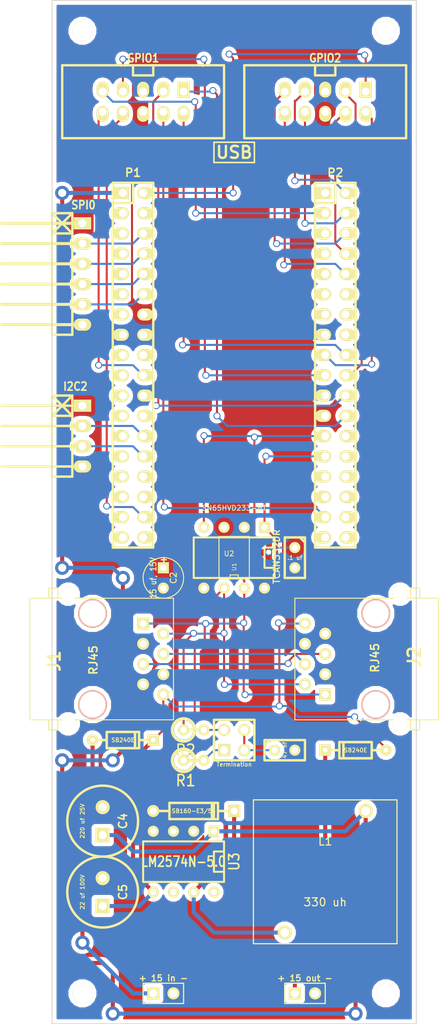
<source format=kicad_pcb>
(kicad_pcb (version 3) (host pcbnew "(22-Jun-2014 BZR 4027)-stable")
  (layers (15 F.Cu signal) (0 B.Cu signal) (18 B.Paste user) (19 F.Paste user) (20 B.SilkS user) (21 F.SilkS user) (22 B.Mask user) (23 F.Mask user) (28 Edge.Cuts user))
  (net 0 "")
  (net 1 +3.3V)
  (net 2 /CAN1_RX)
  (net 3 /CAN1_TX)
  (net 4 /CANH)
  (net 5 /CANL)
  (net 6 /GPIO20)
  (net 7 /GPIO23)
  (net 8 /GPIO26)
  (net 9 /GPIO27)
  (net 10 /GPIO45)
  (net 11 /GPIO46)
  (net 12 /GPIO47)
  (net 13 /GPIO48)
  (net 14 /GPIO52)
  (net 15 /GPIO57)
  (net 16 /GPIO58)
  (net 17 /GPIO59)
  (net 18 /GPIO60)
  (net 19 /GPIO64)
  (net 20 /GPIO65)
  (net 21 /GPIO87)
  (net 22 "/Power Supply/12-15 Volt input")
  (net 23 "/Power Supply/5V Out")
  (net 24 GND)
  (net 25 N-000001)
  (net 26 N-0000010)
  (net 27 N-0000011)
  (net 28 N-0000012)
  (net 29 N-0000013)
  (net 30 N-0000015)
  (net 31 N-000002)
  (net 32 N-000003)
  (net 33 N-0000073)
  (net 34 N-0000074)
  (net 35 N-0000080)
  (net 36 N-0000081)
  (net 37 N-0000082)
  (net 38 N-000009)
  (module pin_socket_18x2 (layer F.Cu) (at 128.27 102.87 270)
    (fp_text reference P1 (at -24.13 0 360) (layer F.SilkS) (effects (font (size 1.016 1.016) (thickness 0.2032))))
    (fp_text value POCKETBEAGLE-P1 hide)
    (pad 1 thru_hole rect (at -21.59 1.27 270) (size 1.524 1.99898) (drill 1.00076 (offset 0 0.24892)) (layers *.Cu *.Mask F.SilkS) (net 23 "/Power Supply/5V Out"))
    (pad 2 thru_hole oval (at -21.59 -1.27 270) (size 1.524 1.99898) (drill 1.00076 (offset 0 -0.24892)) (layers *.Cu *.Mask F.SilkS) (net 21 /GPIO87))
    (pad 3 thru_hole oval (at -19.05 1.27 270) (size 1.524 1.99898) (drill 1.00076 (offset 0 0.24892)) (layers *.Cu *.Mask F.SilkS))
    (pad 4 thru_hole oval (at -19.05 -1.27 270) (size 1.524 1.99898) (drill 1.00076 (offset 0 -0.24892)) (layers *.Cu *.Mask F.SilkS))
    (pad 5 thru_hole oval (at -16.51 1.27 270) (size 1.524 1.99898) (drill 1.00076 (offset 0 0.24892)) (layers *.Cu *.Mask F.SilkS))
    (pad 6 thru_hole oval (at -16.51 -1.27 270) (size 1.524 1.99898) (drill 1.00076 (offset 0 -0.24892)) (layers *.Cu *.Mask F.SilkS) (net 26 N-0000010))
    (pad 7 thru_hole oval (at -13.97 1.27 270) (size 1.524 1.99898) (drill 1.00076 (offset 0 0.24892)) (layers *.Cu *.Mask F.SilkS))
    (pad 8 thru_hole oval (at -13.97 -1.27 270) (size 1.524 1.99898) (drill 1.00076 (offset 0 -0.24892)) (layers *.Cu *.Mask F.SilkS) (net 38 N-000009))
    (pad 9 thru_hole oval (at -11.43 1.27 270) (size 1.524 1.99898) (drill 1.00076 (offset 0 0.24892)) (layers *.Cu *.Mask F.SilkS))
    (pad 10 thru_hole oval (at -11.43 -1.27 270) (size 1.524 1.99898) (drill 1.00076 (offset 0 -0.24892)) (layers *.Cu *.Mask F.SilkS) (net 30 N-0000015))
    (pad 11 thru_hole oval (at -8.89 1.27 270) (size 1.524 1.99898) (drill 1.00076 (offset 0 0.24892)) (layers *.Cu *.Mask F.SilkS))
    (pad 12 thru_hole oval (at -8.89 -1.27 270) (size 1.524 1.99898) (drill 1.00076 (offset 0 -0.24892)) (layers *.Cu *.Mask F.SilkS) (net 29 N-0000013))
    (pad 13 thru_hole oval (at -6.35 1.27 270) (size 1.524 1.99898) (drill 1.00076 (offset 0 0.24892)) (layers *.Cu *.Mask F.SilkS))
    (pad 14 thru_hole oval (at -6.35 -1.27 270) (size 1.524 1.99898) (drill 1.00076 (offset 0 -0.24892)) (layers *.Cu *.Mask F.SilkS) (net 1 +3.3V))
    (pad 15 thru_hole oval (at -3.81 1.27 270) (size 1.524 1.99898) (drill 1.00076 (offset 0 0.24892)) (layers *.Cu *.Mask F.SilkS) (net 24 GND))
    (pad 16 thru_hole oval (at -3.81 -1.27 270) (size 1.524 1.99898) (drill 1.00076 (offset 0 -0.24892)) (layers *.Cu *.Mask F.SilkS) (net 24 GND))
    (pad 17 thru_hole oval (at -1.27 1.27 270) (size 1.524 1.99898) (drill 1.00076 (offset 0 0.24892)) (layers *.Cu *.Mask F.SilkS))
    (pad 18 thru_hole oval (at -1.27 -1.27 270) (size 1.524 1.99898) (drill 1.00076 (offset 0 -0.24892)) (layers *.Cu *.Mask F.SilkS))
    (pad 19 thru_hole oval (at 1.27 1.27 270) (size 1.524 1.99898) (drill 1.00076 (offset 0 0.24892)) (layers *.Cu *.Mask F.SilkS))
    (pad 20 thru_hole oval (at 1.27 -1.27 270) (size 1.524 1.99898) (drill 1.00076 (offset 0 -0.24892)) (layers *.Cu *.Mask F.SilkS) (net 6 /GPIO20))
    (pad 21 thru_hole oval (at 3.81 1.27 270) (size 1.524 1.99898) (drill 1.00076 (offset 0 0.24892)) (layers *.Cu *.Mask F.SilkS))
    (pad 22 thru_hole oval (at 3.81 -1.27 270) (size 1.524 1.99898) (drill 1.00076 (offset 0 -0.24892)) (layers *.Cu *.Mask F.SilkS) (net 24 GND))
    (pad 23 thru_hole oval (at 6.35 1.27 270) (size 1.524 1.99898) (drill 1.00076 (offset 0 0.24892)) (layers *.Cu *.Mask F.SilkS))
    (pad 24 thru_hole oval (at 6.35 -1.27 270) (size 1.524 1.99898) (drill 1.00076 (offset 0 -0.24892)) (layers *.Cu *.Mask F.SilkS))
    (pad 25 thru_hole oval (at 8.89 1.27 270) (size 1.524 1.99898) (drill 1.00076 (offset 0 0.24892)) (layers *.Cu *.Mask F.SilkS))
    (pad 26 thru_hole oval (at 8.89 -1.27 270) (size 1.524 1.99898) (drill 1.00076 (offset 0 -0.24892)) (layers *.Cu *.Mask F.SilkS) (net 28 N-0000012))
    (pad 27 thru_hole oval (at 11.43 1.27 270) (size 1.524 1.99898) (drill 1.00076 (offset 0 0.24892)) (layers *.Cu *.Mask F.SilkS))
    (pad 28 thru_hole oval (at 11.43 -1.27 270) (size 1.524 1.99898) (drill 1.00076 (offset 0 -0.24892)) (layers *.Cu *.Mask F.SilkS) (net 27 N-0000011))
    (pad 29 thru_hole oval (at 13.97 1.27 270) (size 1.524 1.99898) (drill 1.00076 (offset 0 0.24892)) (layers *.Cu *.Mask F.SilkS))
    (pad 30 thru_hole oval (at 13.97 -1.27 270) (size 1.524 1.99898) (drill 1.00076 (offset 0 -0.24892)) (layers *.Cu *.Mask F.SilkS))
    (pad 31 thru_hole oval (at 16.51 1.27 270) (size 1.524 1.99898) (drill 1.00076 (offset 0 0.24892)) (layers *.Cu *.Mask F.SilkS))
    (pad 32 thru_hole oval (at 16.51 -1.27 270) (size 1.524 1.99898) (drill 1.00076 (offset 0 -0.24892)) (layers *.Cu *.Mask F.SilkS))
    (pad 33 thru_hole oval (at 19.05 1.27 270) (size 1.524 1.99898) (drill 1.00076 (offset 0 0.24892)) (layers *.Cu *.Mask F.SilkS))
    (pad 34 thru_hole oval (at 19.05 -1.27 270) (size 1.524 1.99898) (drill 1.00076 (offset 0 -0.24892)) (layers *.Cu *.Mask F.SilkS) (net 8 /GPIO26))
    (pad 35 thru_hole oval (at 21.59 1.27 270) (size 1.524 1.99898) (drill 1.00076 (offset 0 0.24892)) (layers *.Cu *.Mask F.SilkS))
    (pad 36 thru_hole oval (at 21.59 -1.27 270) (size 1.524 1.99898) (drill 1.00076 (offset 0 -0.24892)) (layers *.Cu *.Mask F.SilkS))
  )
  (module pin_socket_18x2 (layer F.Cu) (at 153.67 102.87 270)
    (fp_text reference P2 (at -24.13 0 360) (layer F.SilkS) (effects (font (size 1.016 1.016) (thickness 0.2032))))
    (fp_text value POCKETBEAGLE-P2 hide)
    (pad 1 thru_hole rect (at -21.59 1.27 270) (size 1.524 1.99898) (drill 1.00076 (offset 0 0.24892)) (layers *.Cu *.Mask F.SilkS))
    (pad 2 thru_hole oval (at -21.59 -1.27 270) (size 1.524 1.99898) (drill 1.00076 (offset 0 -0.24892)) (layers *.Cu *.Mask F.SilkS) (net 17 /GPIO59))
    (pad 3 thru_hole oval (at -19.05 1.27 270) (size 1.524 1.99898) (drill 1.00076 (offset 0 0.24892)) (layers *.Cu *.Mask F.SilkS) (net 7 /GPIO23))
    (pad 4 thru_hole oval (at -19.05 -1.27 270) (size 1.524 1.99898) (drill 1.00076 (offset 0 -0.24892)) (layers *.Cu *.Mask F.SilkS) (net 16 /GPIO58))
    (pad 5 thru_hole oval (at -16.51 1.27 270) (size 1.524 1.99898) (drill 1.00076 (offset 0 0.24892)) (layers *.Cu *.Mask F.SilkS))
    (pad 6 thru_hole oval (at -16.51 -1.27 270) (size 1.524 1.99898) (drill 1.00076 (offset 0 -0.24892)) (layers *.Cu *.Mask F.SilkS) (net 15 /GPIO57))
    (pad 7 thru_hole oval (at -13.97 1.27 270) (size 1.524 1.99898) (drill 1.00076 (offset 0 0.24892)) (layers *.Cu *.Mask F.SilkS))
    (pad 8 thru_hole oval (at -13.97 -1.27 270) (size 1.524 1.99898) (drill 1.00076 (offset 0 -0.24892)) (layers *.Cu *.Mask F.SilkS) (net 18 /GPIO60))
    (pad 9 thru_hole oval (at -11.43 1.27 270) (size 1.524 1.99898) (drill 1.00076 (offset 0 0.24892)) (layers *.Cu *.Mask F.SilkS))
    (pad 10 thru_hole oval (at -11.43 -1.27 270) (size 1.524 1.99898) (drill 1.00076 (offset 0 -0.24892)) (layers *.Cu *.Mask F.SilkS) (net 14 /GPIO52))
    (pad 11 thru_hole oval (at -8.89 1.27 270) (size 1.524 1.99898) (drill 1.00076 (offset 0 0.24892)) (layers *.Cu *.Mask F.SilkS))
    (pad 12 thru_hole oval (at -8.89 -1.27 270) (size 1.524 1.99898) (drill 1.00076 (offset 0 -0.24892)) (layers *.Cu *.Mask F.SilkS))
    (pad 13 thru_hole oval (at -6.35 1.27 270) (size 1.524 1.99898) (drill 1.00076 (offset 0 0.24892)) (layers *.Cu *.Mask F.SilkS))
    (pad 14 thru_hole oval (at -6.35 -1.27 270) (size 1.524 1.99898) (drill 1.00076 (offset 0 -0.24892)) (layers *.Cu *.Mask F.SilkS))
    (pad 15 thru_hole oval (at -3.81 1.27 270) (size 1.524 1.99898) (drill 1.00076 (offset 0 0.24892)) (layers *.Cu *.Mask F.SilkS) (net 24 GND))
    (pad 16 thru_hole oval (at -3.81 -1.27 270) (size 1.524 1.99898) (drill 1.00076 (offset 0 -0.24892)) (layers *.Cu *.Mask F.SilkS))
    (pad 17 thru_hole oval (at -1.27 1.27 270) (size 1.524 1.99898) (drill 1.00076 (offset 0 0.24892)) (layers *.Cu *.Mask F.SilkS) (net 20 /GPIO65))
    (pad 18 thru_hole oval (at -1.27 -1.27 270) (size 1.524 1.99898) (drill 1.00076 (offset 0 -0.24892)) (layers *.Cu *.Mask F.SilkS) (net 12 /GPIO47))
    (pad 19 thru_hole oval (at 1.27 1.27 270) (size 1.524 1.99898) (drill 1.00076 (offset 0 0.24892)) (layers *.Cu *.Mask F.SilkS) (net 9 /GPIO27))
    (pad 20 thru_hole oval (at 1.27 -1.27 270) (size 1.524 1.99898) (drill 1.00076 (offset 0 -0.24892)) (layers *.Cu *.Mask F.SilkS) (net 19 /GPIO64))
    (pad 21 thru_hole oval (at 3.81 1.27 270) (size 1.524 1.99898) (drill 1.00076 (offset 0 0.24892)) (layers *.Cu *.Mask F.SilkS) (net 24 GND))
    (pad 22 thru_hole oval (at 3.81 -1.27 270) (size 1.524 1.99898) (drill 1.00076 (offset 0 -0.24892)) (layers *.Cu *.Mask F.SilkS) (net 11 /GPIO46))
    (pad 23 thru_hole oval (at 6.35 1.27 270) (size 1.524 1.99898) (drill 1.00076 (offset 0 0.24892)) (layers *.Cu *.Mask F.SilkS) (net 1 +3.3V))
    (pad 24 thru_hole oval (at 6.35 -1.27 270) (size 1.524 1.99898) (drill 1.00076 (offset 0 -0.24892)) (layers *.Cu *.Mask F.SilkS) (net 13 /GPIO48))
    (pad 25 thru_hole oval (at 8.89 1.27 270) (size 1.524 1.99898) (drill 1.00076 (offset 0 0.24892)) (layers *.Cu *.Mask F.SilkS) (net 2 /CAN1_RX))
    (pad 26 thru_hole oval (at 8.89 -1.27 270) (size 1.524 1.99898) (drill 1.00076 (offset 0 -0.24892)) (layers *.Cu *.Mask F.SilkS))
    (pad 27 thru_hole oval (at 11.43 1.27 270) (size 1.524 1.99898) (drill 1.00076 (offset 0 0.24892)) (layers *.Cu *.Mask F.SilkS) (net 3 /CAN1_TX))
    (pad 28 thru_hole oval (at 11.43 -1.27 270) (size 1.524 1.99898) (drill 1.00076 (offset 0 -0.24892)) (layers *.Cu *.Mask F.SilkS))
    (pad 29 thru_hole oval (at 13.97 1.27 270) (size 1.524 1.99898) (drill 1.00076 (offset 0 0.24892)) (layers *.Cu *.Mask F.SilkS))
    (pad 30 thru_hole oval (at 13.97 -1.27 270) (size 1.524 1.99898) (drill 1.00076 (offset 0 -0.24892)) (layers *.Cu *.Mask F.SilkS))
    (pad 31 thru_hole oval (at 16.51 1.27 270) (size 1.524 1.99898) (drill 1.00076 (offset 0 0.24892)) (layers *.Cu *.Mask F.SilkS))
    (pad 32 thru_hole oval (at 16.51 -1.27 270) (size 1.524 1.99898) (drill 1.00076 (offset 0 -0.24892)) (layers *.Cu *.Mask F.SilkS))
    (pad 33 thru_hole oval (at 19.05 1.27 270) (size 1.524 1.99898) (drill 1.00076 (offset 0 0.24892)) (layers *.Cu *.Mask F.SilkS) (net 10 /GPIO45))
    (pad 34 thru_hole oval (at 19.05 -1.27 270) (size 1.524 1.99898) (drill 1.00076 (offset 0 -0.24892)) (layers *.Cu *.Mask F.SilkS))
    (pad 35 thru_hole oval (at 21.59 1.27 270) (size 1.524 1.99898) (drill 1.00076 (offset 0 0.24892)) (layers *.Cu *.Mask F.SilkS))
    (pad 36 thru_hole oval (at 21.59 -1.27 270) (size 1.524 1.99898) (drill 1.00076 (offset 0 -0.24892)) (layers *.Cu *.Mask F.SilkS))
  )
  (module SOIC-8_N (layer F.Cu) (at 140.97 127 90)
    (fp_text reference U1 (at -1.143 0 90) (layer F.SilkS) (effects (font (size 0.5 0.5) (thickness 0.075))))
    (fp_text value TCAN332DR (at 0.127 5.334 90) (layer F.SilkS) (effects (font (size 0.8 0.8))))
    (pad 8 smd rect (at -1.875 -2.7 90) (size 0.6 1.6) (layers F.Cu F.Paste F.Mask))
    (pad 1 smd rect (at -1.875 2.7 90) (size 0.6 1.6) (layers F.Cu F.Paste F.Mask) (net 3 /CAN1_TX))
    (pad 7 smd rect (at -0.625 -2.7 90) (size 0.6 1.6) (layers F.Cu F.Paste F.Mask) (net 4 /CANH))
    (pad 6 smd rect (at 0.625 -2.7 90) (size 0.6 1.6) (layers F.Cu F.Paste F.Mask) (net 5 /CANL))
    (pad 5 smd rect (at 1.875 -2.7 90) (size 0.6 1.6) (layers F.Cu F.Paste F.Mask))
    (pad 2 smd rect (at -0.625 2.7 90) (size 0.6 1.6) (layers F.Cu F.Paste F.Mask) (net 24 GND))
    (pad 3 smd rect (at 0.625 2.7 90) (size 0.6 1.6) (layers F.Cu F.Paste F.Mask) (net 1 +3.3V))
    (pad 4 smd rect (at 1.875 2.7 90) (size 0.6 1.6) (layers F.Cu F.Paste F.Mask) (net 2 /CAN1_RX))
  )
  (module ScrewTerm2.54-2 (layer F.Cu) (at 132.08 181.61)
    (fp_text reference T1 hide)
    (fp_text value "+ 15 in -" (at 0 -1.905) (layer F.SilkS) (effects (font (size 0.762 0.762) (thickness 0.1524))))
    (pad 1 thru_hole rect (at -1.27 0 90) (size 1.524 1.524) (drill 1.016) (layers *.Cu *.Mask F.SilkS) (net 35 N-0000080))
    (pad 2 thru_hole circle (at 1.27 0 90) (size 1.524 1.524) (drill 1.016) (layers *.Cu *.Mask F.SilkS) (net 24 GND))
  )
  (module ScrewTerm2.54-2 (layer F.Cu) (at 149.86 181.61)
    (fp_text reference T2 hide)
    (fp_text value "+ 15 out -" (at 0 -1.905) (layer F.SilkS) (effects (font (size 0.762 0.762) (thickness 0.1524))))
    (pad 1 thru_hole rect (at -1.27 0 90) (size 1.524 1.524) (drill 1.016) (layers *.Cu *.Mask F.SilkS) (net 36 N-0000081))
    (pad 2 thru_hole circle (at 1.27 0 90) (size 1.524 1.524) (drill 1.016) (layers *.Cu *.Mask F.SilkS) (net 24 GND))
  )
  (module RJ45_8N-S (layer F.Cu) (at 123.19 139.7 270)
    (fp_text reference J1 (at 0.254 4.826 270) (layer F.SilkS) (effects (font (size 1.524 1.524) (thickness 0.3048))))
    (fp_text value RJ45 (at 0.14224 -0.1016 270) (layer F.SilkS) (effects (font (size 1.00076 1.00076) (thickness 0.2032))))
    (pad "" np_thru_hole circle (at 5.715 0 270) (size 3.64998 3.64998) (drill 3.2512) (layers *.Cu *.SilkS *.Mask))
    (pad "" np_thru_hole circle (at -5.715 0 270) (size 3.64998 3.64998) (drill 3.2512) (layers *.Cu *.SilkS *.Mask))
    (pad 1 thru_hole rect (at -4.445 -6.35 270) (size 1.50114 1.50114) (drill 0.89916) (layers *.Cu *.Mask F.SilkS) (net 4 /CANH))
    (pad 2 thru_hole circle (at -3.175 -8.89 270) (size 1.50114 1.50114) (drill 0.89916) (layers *.Cu *.Mask F.SilkS) (net 5 /CANL))
    (pad 3 thru_hole circle (at -1.905 -6.35 270) (size 1.50114 1.50114) (drill 0.89916) (layers *.Cu *.Mask F.SilkS) (net 24 GND))
    (pad 4 thru_hole circle (at -0.635 -8.89 270) (size 1.50114 1.50114) (drill 0.89916) (layers *.Cu *.Mask F.SilkS) (net 34 N-0000074))
    (pad 5 thru_hole circle (at 0.635 -6.35 270) (size 1.50114 1.50114) (drill 0.89916) (layers *.Cu *.Mask F.SilkS) (net 33 N-0000073))
    (pad 6 thru_hole circle (at 1.905 -8.89 270) (size 1.50114 1.50114) (drill 0.89916) (layers *.Cu *.Mask F.SilkS) (net 24 GND))
    (pad 7 thru_hole circle (at 3.175 -6.35 270) (size 1.50114 1.50114) (drill 0.89916) (layers *.Cu *.Mask F.SilkS) (net 24 GND))
    (pad 8 thru_hole circle (at 4.445 -8.89 270) (size 1.50114 1.50114) (drill 0.89916) (layers *.Cu *.Mask F.SilkS) (net 22 "/Power Supply/12-15 Volt input"))
    (pad "" thru_hole circle (at -8.128 3.048 270) (size 1.9304 1.9304) (drill 1.9304) (layers *.Cu *.Mask F.SilkS))
    (pad "" thru_hole circle (at 8.128 3.048 270) (size 1.9304 1.9304) (drill 1.9304) (layers *.Cu *.Mask F.SilkS))
  )
  (module RJ45_8N-S (layer F.Cu) (at 158.75 139.7 90)
    (fp_text reference J2 (at 0.254 4.826 90) (layer F.SilkS) (effects (font (size 1.524 1.524) (thickness 0.3048))))
    (fp_text value RJ45 (at 0.14224 -0.1016 90) (layer F.SilkS) (effects (font (size 1.00076 1.00076) (thickness 0.2032))))
    (pad "" np_thru_hole circle (at 5.715 0 90) (size 3.64998 3.64998) (drill 3.2512) (layers *.Cu *.SilkS *.Mask))
    (pad "" np_thru_hole circle (at -5.715 0 90) (size 3.64998 3.64998) (drill 3.2512) (layers *.Cu *.SilkS *.Mask))
    (pad 1 thru_hole rect (at -4.445 -6.35 90) (size 1.50114 1.50114) (drill 0.89916) (layers *.Cu *.Mask F.SilkS) (net 4 /CANH))
    (pad 2 thru_hole circle (at -3.175 -8.89 90) (size 1.50114 1.50114) (drill 0.89916) (layers *.Cu *.Mask F.SilkS) (net 5 /CANL))
    (pad 3 thru_hole circle (at -1.905 -6.35 90) (size 1.50114 1.50114) (drill 0.89916) (layers *.Cu *.Mask F.SilkS) (net 24 GND))
    (pad 4 thru_hole circle (at -0.635 -8.89 90) (size 1.50114 1.50114) (drill 0.89916) (layers *.Cu *.Mask F.SilkS) (net 34 N-0000074))
    (pad 5 thru_hole circle (at 0.635 -6.35 90) (size 1.50114 1.50114) (drill 0.89916) (layers *.Cu *.Mask F.SilkS) (net 33 N-0000073))
    (pad 6 thru_hole circle (at 1.905 -8.89 90) (size 1.50114 1.50114) (drill 0.89916) (layers *.Cu *.Mask F.SilkS) (net 24 GND))
    (pad 7 thru_hole circle (at 3.175 -6.35 90) (size 1.50114 1.50114) (drill 0.89916) (layers *.Cu *.Mask F.SilkS) (net 24 GND))
    (pad 8 thru_hole circle (at 4.445 -8.89 90) (size 1.50114 1.50114) (drill 0.89916) (layers *.Cu *.Mask F.SilkS) (net 22 "/Power Supply/12-15 Volt input"))
    (pad "" thru_hole circle (at -8.128 3.048 90) (size 1.9304 1.9304) (drill 1.9304) (layers *.Cu *.Mask F.SilkS))
    (pad "" thru_hole circle (at 8.128 3.048 90) (size 1.9304 1.9304) (drill 1.9304) (layers *.Cu *.Mask F.SilkS))
  )
  (module R1 (layer F.Cu) (at 135.89 152.4)
    (fp_text reference R1 (at -1.016 2.54) (layer F.SilkS) (effects (font (size 1.397 1.27) (thickness 0.2032))))
    (fp_text value "60 Ohms" hide)
    (pad 1 thru_hole circle (at -1.27 0) (size 1.397 1.397) (drill 0.8128) (layers *.Cu *.Mask F.SilkS) (net 4 /CANH))
    (pad 2 thru_hole circle (at 1.27 0) (size 1.397 1.397) (drill 0.8128) (layers *.Cu *.Mask F.SilkS) (net 25 N-000001))
  )
  (module R1 (layer F.Cu) (at 135.89 148.59)
    (fp_text reference R2 (at -1.016 2.54) (layer F.SilkS) (effects (font (size 1.397 1.27) (thickness 0.2032))))
    (fp_text value "60 Ohms" hide)
    (pad 1 thru_hole circle (at -1.27 0) (size 1.397 1.397) (drill 0.8128) (layers *.Cu *.Mask F.SilkS) (net 5 /CANL))
    (pad 2 thru_hole circle (at 1.27 0) (size 1.397 1.397) (drill 0.8128) (layers *.Cu *.Mask F.SilkS) (net 31 N-000002))
  )
  (module PIN_ARRAY_2X2 (layer F.Cu) (at 140.97 149.86)
    (fp_text reference JMP1 hide)
    (fp_text value Termination (at 0 3.048) (layer F.SilkS) (effects (font (size 0.508 0.508) (thickness 0.1016))))
    (pad 1 thru_hole rect (at -1.27 1.27) (size 1.524 1.524) (drill 1.016) (layers *.Cu *.Mask F.SilkS) (net 25 N-000001))
    (pad 2 thru_hole circle (at -1.27 -1.27) (size 1.524 1.524) (drill 1.016) (layers *.Cu *.Mask F.SilkS) (net 31 N-000002))
    (pad 3 thru_hole circle (at 1.27 1.27) (size 1.524 1.524) (drill 1.016) (layers *.Cu *.Mask F.SilkS) (net 32 N-000003))
    (pad 4 thru_hole circle (at 1.27 -1.27) (size 1.524 1.524) (drill 1.016) (layers *.Cu *.Mask F.SilkS) (net 32 N-000003))
  )
  (module DO-35 (layer F.Cu) (at 127 149.86)
    (fp_text reference D1 hide)
    (fp_text value SB240E (at 0 0) (layer F.SilkS) (effects (font (size 0.508 0.508) (thickness 0.1016))))
    (pad 2 thru_hole rect (at 3.81 0) (size 1.4224 1.4224) (drill 0.6096) (layers *.Cu *.Mask F.SilkS) (net 22 "/Power Supply/12-15 Volt input"))
    (pad 1 thru_hole circle (at -3.81 0) (size 1.4224 1.4224) (drill 0.6096) (layers *.Cu *.Mask F.SilkS) (net 35 N-0000080))
  )
  (module DIP-8__300 (layer F.Cu) (at 140.97 127 180)
    (fp_text reference U2 (at 0.635 0.508 180) (layer F.SilkS) (effects (font (size 0.635 0.635) (thickness 0.1016))))
    (fp_text value SN65HVD233-HT (at 0 6.223 180) (layer F.SilkS) (effects (font (size 0.635 0.635) (thickness 0.1016))))
    (pad 1 thru_hole rect (at -3.81 3.81 180) (size 1.397 1.397) (drill 0.8128) (layers *.Cu *.Mask F.SilkS) (net 3 /CAN1_TX))
    (pad 2 thru_hole circle (at -1.27 3.81 180) (size 1.397 1.397) (drill 0.8128) (layers *.Cu *.Mask F.SilkS) (net 24 GND))
    (pad 3 thru_hole circle (at 1.27 3.81 180) (size 1.397 1.397) (drill 0.8128) (layers *.Cu *.Mask F.SilkS) (net 1 +3.3V))
    (pad 4 thru_hole circle (at 3.81 3.81 180) (size 1.397 1.397) (drill 0.8128) (layers *.Cu *.Mask F.SilkS) (net 2 /CAN1_RX))
    (pad 5 thru_hole circle (at 3.81 -3.81 180) (size 1.397 1.397) (drill 0.8128) (layers *.Cu *.Mask F.SilkS) (net 24 GND))
    (pad 6 thru_hole circle (at 1.27 -3.81 180) (size 1.397 1.397) (drill 0.8128) (layers *.Cu *.Mask F.SilkS) (net 5 /CANL))
    (pad 7 thru_hole circle (at -1.27 -3.81 180) (size 1.397 1.397) (drill 0.8128) (layers *.Cu *.Mask F.SilkS) (net 4 /CANH))
    (pad 8 thru_hole circle (at -3.81 -3.81 180) (size 1.397 1.397) (drill 0.8128) (layers *.Cu *.Mask F.SilkS) (net 24 GND))
  )
  (module C1V5 (layer F.Cu) (at 132.08 129.54 270)
    (fp_text reference C2 (at 0 -1.26746 270) (layer F.SilkS) (effects (font (size 0.762 0.762) (thickness 0.127))))
    (fp_text value "15 uf, 15V" (at 0 1.27 270) (layer F.SilkS) (effects (font (size 0.762 0.635) (thickness 0.127))))
    (fp_text user + (at -2.286 0 270) (layer F.SilkS) (effects (font (size 0.762 0.762) (thickness 0.2032))))
    (pad 1 thru_hole rect (at -1.27 0 270) (size 1.397 1.397) (drill 0.8128) (layers *.Cu *.Mask F.SilkS) (net 1 +3.3V))
    (pad 2 thru_hole circle (at 1.27 0 270) (size 1.397 1.397) (drill 0.8128) (layers *.Cu *.Mask F.SilkS) (net 24 GND))
  )
  (module C1 (layer F.Cu) (at 148.59 127 270)
    (fp_text reference C1 hide)
    (fp_text value ".1 uf" (at 0 0 360) (layer F.SilkS) (effects (font (size 0.508 0.508) (thickness 0.1016))))
    (pad 1 thru_hole circle (at -1.27 0 270) (size 1.397 1.397) (drill 0.8128) (layers *.Cu *.Mask F.SilkS) (net 1 +3.3V))
    (pad 2 thru_hole circle (at 1.27 0 270) (size 1.397 1.397) (drill 0.8128) (layers *.Cu *.Mask F.SilkS) (net 24 GND))
  )
  (module C1 (layer F.Cu) (at 147.32 151.13)
    (fp_text reference C3 hide)
    (fp_text value "47 nf" (at 0 0 90) (layer F.SilkS) (effects (font (size 0.508 0.508) (thickness 0.1016))))
    (pad 1 thru_hole circle (at -1.27 0) (size 1.397 1.397) (drill 0.8128) (layers *.Cu *.Mask F.SilkS) (net 32 N-000003))
    (pad 2 thru_hole circle (at 1.27 0) (size 1.397 1.397) (drill 0.8128) (layers *.Cu *.Mask F.SilkS) (net 24 GND))
  )
  (module DO-35 (layer F.Cu) (at 156.21 151.13 180)
    (fp_text reference D2 hide)
    (fp_text value SB240E (at 0 0 180) (layer F.SilkS) (effects (font (size 0.508 0.508) (thickness 0.1016))))
    (pad 2 thru_hole rect (at 3.81 0 180) (size 1.4224 1.4224) (drill 0.6096) (layers *.Cu *.Mask F.SilkS) (net 36 N-0000081))
    (pad 1 thru_hole circle (at -3.81 0 180) (size 1.4224 1.4224) (drill 0.6096) (layers *.Cu *.Mask F.SilkS) (net 22 "/Power Supply/12-15 Volt input"))
  )
  (module MountingHole_2-5mm_RevA_Date21Jun2010 (layer F.Cu) (at 160.02 60.96)
    (fp_text reference MH hide)
    (fp_text value MountingHole_2-5mm_RevA_Date21Jun2010 hide)
    (pad 1 thru_hole circle (at 0 0) (size 2.49936 2.49936) (drill 2.49936) (layers))
  )
  (module MountingHole_2-5mm_RevA_Date21Jun2010 (layer F.Cu) (at 121.92 60.96)
    (fp_text reference MH hide)
    (fp_text value MountingHole_2-5mm_RevA_Date21Jun2010 hide)
    (pad 1 thru_hole circle (at 0 0) (size 2.49936 2.49936) (drill 2.49936) (layers))
  )
  (module MountingHole_2-5mm_RevA_Date21Jun2010 (layer F.Cu) (at 160.02 181.61)
    (fp_text reference MH hide)
    (fp_text value MountingHole_2-5mm_RevA_Date21Jun2010 hide)
    (pad 1 thru_hole circle (at 0 0) (size 2.49936 2.49936) (drill 2.49936) (layers))
  )
  (module MountingHole_2-5mm_RevA_Date21Jun2010 (layer F.Cu) (at 121.92 181.61)
    (fp_text reference MH hide)
    (fp_text value MountingHole_2-5mm_RevA_Date21Jun2010 hide)
    (pad 1 thru_hole circle (at 0 0) (size 2.49936 2.49936) (drill 2.49936) (layers))
  )
  (module vasch_strip_5x2 (layer F.Cu) (at 129.54 69.85 180)
    (fp_text reference H1 hide)
    (fp_text value GPIO1 (at 0 5.461 180) (layer F.SilkS) (effects (font (size 1.016 0.889) (thickness 0.2032))))
    (pad 1 thru_hole rect (at -5.08 1.27 180) (size 1.524 1.99898) (drill 1.00076 (offset 0 0.24638)) (layers *.Cu *.Mask F.SilkS) (net 13 /GPIO48))
    (pad 2 thru_hole oval (at -5.08 -1.27 180) (size 1.524 1.99898) (drill 1.00076 (offset 0 -0.24892)) (layers *.Cu *.Mask F.SilkS) (net 12 /GPIO47))
    (pad 3 thru_hole oval (at -2.54 1.27 180) (size 1.524 1.99898) (drill 1.00076 (offset 0 0.24638)) (layers *.Cu *.Mask F.SilkS) (net 11 /GPIO46))
    (pad 4 thru_hole oval (at -2.54 -1.27 180) (size 1.524 1.99898) (drill 1.00076 (offset 0 -0.24892)) (layers *.Cu *.Mask F.SilkS) (net 10 /GPIO45))
    (pad 5 thru_hole oval (at 0 1.27 180) (size 1.524 1.99898) (drill 1.00076 (offset 0 0.24638)) (layers *.Cu *.Mask F.SilkS) (net 24 GND))
    (pad 6 thru_hole oval (at 0 -1.27 180) (size 1.524 1.99898) (drill 1.00076 (offset 0 -0.24892)) (layers *.Cu *.Mask F.SilkS) (net 1 +3.3V))
    (pad 7 thru_hole oval (at 2.54 1.27 180) (size 1.524 1.99898) (drill 1.00076 (offset 0 0.24638)) (layers *.Cu *.Mask F.SilkS) (net 9 /GPIO27))
    (pad 8 thru_hole oval (at 2.54 -1.27 180) (size 1.524 1.99898) (drill 1.00076 (offset 0 -0.24892)) (layers *.Cu *.Mask F.SilkS) (net 8 /GPIO26))
    (pad 9 thru_hole oval (at 5.08 1.27 180) (size 1.524 1.99898) (drill 1.00076 (offset 0 0.24638)) (layers *.Cu *.Mask F.SilkS) (net 7 /GPIO23))
    (pad 10 thru_hole oval (at 5.08 -1.27 180) (size 1.524 1.99898) (drill 1.00076 (offset 0 -0.24892)) (layers *.Cu *.Mask F.SilkS) (net 6 /GPIO20))
  )
  (module vasch_strip_5x2 (layer F.Cu) (at 152.4 69.85 180)
    (fp_text reference H2 hide)
    (fp_text value GPIO2 (at 0 5.461 180) (layer F.SilkS) (effects (font (size 1.016 0.889) (thickness 0.2032))))
    (pad 1 thru_hole rect (at -5.08 1.27 180) (size 1.524 1.99898) (drill 1.00076 (offset 0 0.24638)) (layers *.Cu *.Mask F.SilkS) (net 21 /GPIO87))
    (pad 2 thru_hole oval (at -5.08 -1.27 180) (size 1.524 1.99898) (drill 1.00076 (offset 0 -0.24892)) (layers *.Cu *.Mask F.SilkS) (net 20 /GPIO65))
    (pad 3 thru_hole oval (at -2.54 1.27 180) (size 1.524 1.99898) (drill 1.00076 (offset 0 0.24638)) (layers *.Cu *.Mask F.SilkS) (net 19 /GPIO64))
    (pad 4 thru_hole oval (at -2.54 -1.27 180) (size 1.524 1.99898) (drill 1.00076 (offset 0 -0.24892)) (layers *.Cu *.Mask F.SilkS) (net 18 /GPIO60))
    (pad 5 thru_hole oval (at 0 1.27 180) (size 1.524 1.99898) (drill 1.00076 (offset 0 0.24638)) (layers *.Cu *.Mask F.SilkS) (net 24 GND))
    (pad 6 thru_hole oval (at 0 -1.27 180) (size 1.524 1.99898) (drill 1.00076 (offset 0 -0.24892)) (layers *.Cu *.Mask F.SilkS) (net 1 +3.3V))
    (pad 7 thru_hole oval (at 2.54 1.27 180) (size 1.524 1.99898) (drill 1.00076 (offset 0 0.24638)) (layers *.Cu *.Mask F.SilkS) (net 17 /GPIO59))
    (pad 8 thru_hole oval (at 2.54 -1.27 180) (size 1.524 1.99898) (drill 1.00076 (offset 0 -0.24892)) (layers *.Cu *.Mask F.SilkS) (net 16 /GPIO58))
    (pad 9 thru_hole oval (at 5.08 1.27 180) (size 1.524 1.99898) (drill 1.00076 (offset 0 0.24638)) (layers *.Cu *.Mask F.SilkS) (net 15 /GPIO57))
    (pad 10 thru_hole oval (at 5.08 -1.27 180) (size 1.524 1.99898) (drill 1.00076 (offset 0 -0.24892)) (layers *.Cu *.Mask F.SilkS) (net 14 /GPIO52))
  )
  (module pin_strip_6-90 (layer F.Cu) (at 121.92 91.44 270)
    (fp_text reference H3 hide)
    (fp_text value SPI0 (at -8.636 -0.127 360) (layer F.SilkS) (effects (font (size 1.016 0.889) (thickness 0.2032))))
    (pad 1 thru_hole rect (at -6.35 0 270) (size 1.524 2.19964) (drill 1.00076) (layers *.Cu *.Mask F.SilkS) (net 1 +3.3V))
    (pad 2 thru_hole oval (at -3.81 0 270) (size 1.524 2.19964) (drill 1.00076) (layers *.Cu *.Mask F.SilkS) (net 26 N-0000010))
    (pad 3 thru_hole oval (at -1.27 0 270) (size 1.524 2.19964) (drill 1.00076) (layers *.Cu *.Mask F.SilkS) (net 38 N-000009))
    (pad 4 thru_hole oval (at 1.27 0 270) (size 1.524 2.19964) (drill 1.00076) (layers *.Cu *.Mask F.SilkS) (net 30 N-0000015))
    (pad 5 thru_hole oval (at 3.81 0 270) (size 1.524 2.19964) (drill 1.00076) (layers *.Cu *.Mask F.SilkS) (net 29 N-0000013))
    (pad 6 thru_hole oval (at 6.35 0 270) (size 1.524 2.19964) (drill 1.00076) (layers *.Cu *.Mask F.SilkS) (net 24 GND))
  )
  (module pin_strip_4-90 (layer F.Cu) (at 121.92 111.76 270)
    (fp_text reference H4 hide)
    (fp_text value I2C2 (at -6.223 0.889 360) (layer F.SilkS) (effects (font (size 1.016 0.889) (thickness 0.2032))))
    (pad 1 thru_hole rect (at -3.81 0 270) (size 1.524 2.19964) (drill 1.00076) (layers *.Cu *.Mask F.SilkS) (net 1 +3.3V))
    (pad 2 thru_hole oval (at -1.27 0 270) (size 1.524 2.19964) (drill 1.00076) (layers *.Cu *.Mask F.SilkS) (net 28 N-0000012))
    (pad 3 thru_hole oval (at 1.27 0 270) (size 1.524 2.19964) (drill 1.00076) (layers *.Cu *.Mask F.SilkS) (net 27 N-0000011))
    (pad 4 thru_hole oval (at 3.81 0 270) (size 1.524 2.19964) (drill 1.00076) (layers *.Cu *.Mask F.SilkS) (net 24 GND))
  )
  (module DO-41 (layer F.Cu) (at 135.89 158.75)
    (fp_text reference D3 hide)
    (fp_text value SB160-E3/54 (at 0 0) (layer F.SilkS) (effects (font (size 0.508 0.508) (thickness 0.1016))))
    (pad 2 thru_hole rect (at 5.08 0) (size 1.524 1.524) (drill 0.889) (layers *.Cu *.Mask F.SilkS) (net 37 N-0000082))
    (pad 1 thru_hole circle (at -5.08 0) (size 1.524 1.524) (drill 0.889) (layers *.Cu *.Mask F.SilkS) (net 24 GND))
  )
  (module DIP-8__300 (layer F.Cu) (at 134.62 165.1 180)
    (fp_text reference U3 (at -6.35 0 270) (layer F.SilkS) (effects (font (size 1.27 1.143) (thickness 0.2032))))
    (fp_text value LM2574N-5.0 (at 0 0 180) (layer F.SilkS) (effects (font (size 1.27 1.016) (thickness 0.2032))))
    (pad 1 thru_hole rect (at -3.81 3.81 180) (size 1.397 1.397) (drill 0.8128) (layers *.Cu *.Mask F.SilkS) (net 23 "/Power Supply/5V Out"))
    (pad 2 thru_hole circle (at -1.27 3.81 180) (size 1.397 1.397) (drill 0.8128) (layers *.Cu *.Mask F.SilkS) (net 24 GND))
    (pad 3 thru_hole circle (at 1.27 3.81 180) (size 1.397 1.397) (drill 0.8128) (layers *.Cu *.Mask F.SilkS) (net 24 GND))
    (pad 4 thru_hole circle (at 3.81 3.81 180) (size 1.397 1.397) (drill 0.8128) (layers *.Cu *.Mask F.SilkS) (net 24 GND))
    (pad 5 thru_hole circle (at 3.81 -3.81 180) (size 1.397 1.397) (drill 0.8128) (layers *.Cu *.Mask F.SilkS) (net 22 "/Power Supply/12-15 Volt input"))
    (pad 6 thru_hole circle (at 1.27 -3.81 180) (size 1.397 1.397) (drill 0.8128) (layers *.Cu *.Mask F.SilkS))
    (pad 7 thru_hole circle (at -1.27 -3.81 180) (size 1.397 1.397) (drill 0.8128) (layers *.Cu *.Mask F.SilkS) (net 37 N-0000082))
    (pad 8 thru_hole circle (at -3.81 -3.81 180) (size 1.397 1.397) (drill 0.8128) (layers *.Cu *.Mask F.SilkS))
  )
  (module C1-3V8 (layer F.Cu) (at 124.46 160.02 90)
    (fp_text reference C4 (at 0 2.54 90) (layer F.SilkS) (effects (font (size 1.016 1.016) (thickness 0.2032))))
    (fp_text value "220 uf 25V" (at 0 -2.54 90) (layer F.SilkS) (effects (font (size 0.508 0.508) (thickness 0.1016))))
    (pad 1 thru_hole rect (at -1.75 0 90) (size 1.778 1.778) (drill 1.016) (layers *.Cu *.Mask F.SilkS) (net 23 "/Power Supply/5V Out"))
    (pad 2 thru_hole circle (at 1.75 0 90) (size 1.778 1.778) (drill 1.016) (layers *.Cu *.Mask F.SilkS) (net 24 GND))
  )
  (module C1-3V8 (layer F.Cu) (at 124.46 168.91 90)
    (fp_text reference C5 (at 0 2.54 90) (layer F.SilkS) (effects (font (size 1.016 1.016) (thickness 0.2032))))
    (fp_text value "22 uf 100V" (at 0 -2.54 90) (layer F.SilkS) (effects (font (size 0.508 0.508) (thickness 0.1016))))
    (pad 1 thru_hole rect (at -1.75 0 90) (size 1.778 1.778) (drill 1.016) (layers *.Cu *.Mask F.SilkS) (net 22 "/Power Supply/12-15 Volt input"))
    (pad 2 thru_hole circle (at 1.75 0 90) (size 1.778 1.778) (drill 1.016) (layers *.Cu *.Mask F.SilkS) (net 24 GND))
  )
  (module PE-LowProfile (layer F.Cu) (at 152.4 166.37)
    (fp_text reference L1 (at 0 -3.81) (layer F.SilkS))
    (fp_text value "330 uh" (at 0 3.81) (layer F.SilkS))
    (pad 1 thru_hole circle (at 5.08 -7.62) (size 1.78 1.78) (drill 1.14) (layers *.Cu *.Mask F.SilkS) (net 23 "/Power Supply/5V Out"))
    (pad 2 thru_hole circle (at -5.08 7.62) (size 1.78 1.78) (drill 1.14) (layers *.Cu *.Mask F.SilkS) (net 37 N-0000082))
  )
  (gr_line (start 143.51 77.47) (end 143.51 74.93) (angle 90) (layer F.SilkS) (width 0.2))
  (gr_line (start 138.43 77.47) (end 143.51 77.47) (angle 90) (layer F.SilkS) (width 0.2))
  (gr_line (start 138.43 74.93) (end 138.43 77.47) (angle 90) (layer F.SilkS) (width 0.2))
  (gr_line (start 143.51 74.93) (end 138.43 74.93) (angle 90) (layer F.SilkS) (width 0.2))
  (gr_text USB (at 140.97 76.2) (layer F.SilkS) (effects (font (size 1.5 1.5) (thickness 0.3))))
  (gr_line (start 163.83 57.15) (end 163.83 185.42) (angle 90) (layer Edge.Cuts) (width 0.1))
  (gr_line (start 118.11 57.15) (end 163.83 57.15) (angle 90) (layer Edge.Cuts) (width 0.1))
  (gr_line (start 118.11 185.42) (end 118.11 57.15) (angle 90) (layer Edge.Cuts) (width 0.1))
  (gr_line (start 163.83 185.42) (end 118.11 185.42) (angle 90) (layer Edge.Cuts) (width 0.1))
  (segment (start 129.54 96.52) (end 129.54 96.139) (width 0.254) (layer F.Cu) (net 1))
  (segment (start 128.143 72.517) (end 129.54 71.12) (width 0.254) (layer F.Cu) (net 1))
  (segment (start 128.143 94.742) (end 128.143 72.517) (width 0.254) (layer F.Cu) (net 1))
  (segment (start 129.54 96.139) (end 128.143 94.742) (width 0.254) (layer F.Cu) (net 1))
  (segment (start 121.92 85.09) (end 121.92 65.405) (width 0.254) (layer F.Cu) (net 1))
  (segment (start 128.524 59.055) (end 128.397 59.055) (width 0.254) (layer F.Cu) (net 1))
  (segment (start 128.397 58.928) (end 128.524 59.055) (width 0.254) (layer F.Cu) (net 1))
  (segment (start 121.92 65.405) (end 128.397 58.928) (width 0.254) (layer F.Cu) (net 1))
  (segment (start 152.4 71.12) (end 151.13 69.85) (width 0.254) (layer F.Cu) (net 1))
  (segment (start 151.13 58.42) (end 151.13 58.166) (width 0.254) (layer F.Cu) (net 1))
  (segment (start 151.13 69.85) (end 151.13 58.42) (width 0.254) (layer F.Cu) (net 1))
  (segment (start 129.54 71.12) (end 128.27 69.85) (width 0.254) (layer F.Cu) (net 1))
  (segment (start 128.524 58.166) (end 151.13 58.166) (width 0.254) (layer F.Cu) (net 1))
  (segment (start 128.397 66.548) (end 128.397 59.055) (width 0.254) (layer F.Cu) (net 1))
  (segment (start 128.397 59.055) (end 128.397 58.166) (width 0.254) (layer F.Cu) (net 1))
  (segment (start 128.27 66.675) (end 128.397 66.548) (width 0.254) (layer F.Cu) (net 1))
  (segment (start 128.27 69.85) (end 128.27 66.675) (width 0.254) (layer F.Cu) (net 1))
  (segment (start 143.67 126.375) (end 145.2272 126.375) (width 0.254) (layer F.Cu) (net 1))
  (segment (start 145.8722 125.73) (end 148.59 125.73) (width 0.254) (layer B.Cu) (net 1))
  (segment (start 145.288 126.3142) (end 145.8722 125.73) (width 0.254) (layer B.Cu) (net 1))
  (via (at 145.288 126.3142) (size 0.889) (layers F.Cu B.Cu) (net 1))
  (segment (start 145.2272 126.375) (end 145.288 126.3142) (width 0.254) (layer F.Cu) (net 1))
  (segment (start 143.67 125.125) (end 143.67 124.493) (width 0.254) (layer F.Cu) (net 2))
  (segment (start 143.51 111.887) (end 143.383 111.76) (width 0.254) (layer B.Cu) (net 2))
  (via (at 143.51 111.887) (size 0.889) (layers F.Cu B.Cu) (net 2))
  (segment (start 143.51 124.333) (end 143.51 111.887) (width 0.254) (layer F.Cu) (net 2))
  (segment (start 143.67 124.493) (end 143.51 124.333) (width 0.254) (layer F.Cu) (net 2))
  (segment (start 152.4 111.76) (end 143.383 111.76) (width 0.254) (layer B.Cu) (net 2))
  (segment (start 143.383 111.76) (end 137.2362 111.76) (width 0.254) (layer B.Cu) (net 2))
  (segment (start 137.16 111.7346) (end 137.16 123.19) (width 0.254) (layer F.Cu) (net 2))
  (segment (start 137.1854 111.7092) (end 137.16 111.7346) (width 0.254) (layer F.Cu) (net 2))
  (via (at 137.1854 111.7092) (size 0.889) (layers F.Cu B.Cu) (net 2))
  (segment (start 137.2362 111.76) (end 137.1854 111.7092) (width 0.254) (layer B.Cu) (net 2))
  (segment (start 144.78 123.19) (end 144.78 114.4524) (width 0.254) (layer F.Cu) (net 3))
  (segment (start 144.9832 114.3) (end 152.4 114.3) (width 0.254) (layer B.Cu) (net 3))
  (segment (start 144.9578 114.2746) (end 144.9832 114.3) (width 0.254) (layer B.Cu) (net 3))
  (via (at 144.9578 114.2746) (size 0.889) (layers F.Cu B.Cu) (net 3))
  (segment (start 144.78 114.4524) (end 144.9578 114.2746) (width 0.254) (layer F.Cu) (net 3))
  (segment (start 143.67 128.875) (end 145.9022 128.875) (width 0.254) (layer F.Cu) (net 3))
  (segment (start 146.3421 124.7521) (end 144.78 123.19) (width 0.254) (layer F.Cu) (net 3))
  (segment (start 146.3421 128.4351) (end 146.3421 124.7521) (width 0.254) (layer F.Cu) (net 3))
  (segment (start 145.9022 128.875) (end 146.3421 128.4351) (width 0.254) (layer F.Cu) (net 3))
  (via (at 137.3886 135.255) (size 0.889) (layers F.Cu B.Cu) (net 4))
  (segment (start 134.62 152.4) (end 134.62 152.273) (width 0.254) (layer F.Cu) (net 4))
  (segment (start 136.017 150.876) (end 134.62 152.273) (width 0.254) (layer F.Cu) (net 4))
  (segment (start 136.017 138.4554) (end 136.017 150.876) (width 0.254) (layer F.Cu) (net 4))
  (segment (start 137.2743 137.1981) (end 136.017 138.4554) (width 0.254) (layer F.Cu) (net 4))
  (segment (start 137.2743 135.3693) (end 137.2743 137.1981) (width 0.254) (layer F.Cu) (net 4))
  (segment (start 137.2743 135.3693) (end 137.3886 135.255) (width 0.254) (layer F.Cu) (net 4))
  (segment (start 142.1638 135.1788) (end 142.1638 144.0053) (width 0.254) (layer F.Cu) (net 4))
  (segment (start 142.3543 144.145) (end 152.4 144.145) (width 0.254) (layer B.Cu) (net 4))
  (segment (start 142.3289 144.1704) (end 142.3543 144.145) (width 0.254) (layer B.Cu) (net 4))
  (via (at 142.3289 144.1704) (size 0.889) (layers F.Cu B.Cu) (net 4))
  (segment (start 142.1638 144.0053) (end 142.3289 144.1704) (width 0.254) (layer F.Cu) (net 4))
  (segment (start 129.54 135.255) (end 137.3886 135.255) (width 0.254) (layer B.Cu) (net 4))
  (segment (start 137.3886 135.255) (end 142.0876 135.255) (width 0.254) (layer B.Cu) (net 4))
  (segment (start 142.24 135.1026) (end 142.24 130.81) (width 0.254) (layer F.Cu) (net 4))
  (segment (start 142.1638 135.1788) (end 142.24 135.1026) (width 0.254) (layer F.Cu) (net 4))
  (via (at 142.1638 135.1788) (size 0.889) (layers F.Cu B.Cu) (net 4))
  (segment (start 142.0876 135.255) (end 142.1638 135.1788) (width 0.254) (layer B.Cu) (net 4))
  (segment (start 138.27 127.625) (end 140.0329 127.625) (width 0.254) (layer F.Cu) (net 4))
  (segment (start 142.24 129.8321) (end 142.24 130.81) (width 0.254) (layer F.Cu) (net 4))
  (segment (start 140.0329 127.625) (end 142.24 129.8321) (width 0.254) (layer F.Cu) (net 4))
  (segment (start 134.62 148.59) (end 134.62 137.7188) (width 0.254) (layer F.Cu) (net 5))
  (segment (start 136.0932 136.5504) (end 136.0932 136.525) (width 0.254) (layer B.Cu) (net 5))
  (segment (start 136.0678 136.525) (end 136.0932 136.5504) (width 0.254) (layer B.Cu) (net 5))
  (segment (start 135.9154 136.525) (end 136.0678 136.525) (width 0.254) (layer B.Cu) (net 5))
  (segment (start 135.8646 136.4742) (end 135.9154 136.525) (width 0.254) (layer B.Cu) (net 5))
  (via (at 135.8646 136.4742) (size 0.889) (layers F.Cu B.Cu) (net 5))
  (segment (start 134.62 137.7188) (end 135.8646 136.4742) (width 0.254) (layer F.Cu) (net 5))
  (segment (start 139.7 136.4615) (end 139.7 142.8369) (width 0.254) (layer F.Cu) (net 5))
  (segment (start 139.7635 142.875) (end 149.86 142.875) (width 0.254) (layer B.Cu) (net 5))
  (segment (start 139.7508 142.8877) (end 139.7635 142.875) (width 0.254) (layer B.Cu) (net 5))
  (via (at 139.7508 142.8877) (size 0.889) (layers F.Cu B.Cu) (net 5))
  (segment (start 139.7 142.8369) (end 139.7508 142.8877) (width 0.254) (layer F.Cu) (net 5))
  (segment (start 132.08 136.525) (end 136.0932 136.525) (width 0.254) (layer B.Cu) (net 5))
  (segment (start 136.0932 136.525) (end 139.6365 136.525) (width 0.254) (layer B.Cu) (net 5))
  (segment (start 139.7 136.4615) (end 139.7 130.81) (width 0.254) (layer F.Cu) (net 5))
  (via (at 139.7 136.4615) (size 0.889) (layers F.Cu B.Cu) (net 5))
  (segment (start 139.6365 136.525) (end 139.7 136.4615) (width 0.254) (layer B.Cu) (net 5))
  (segment (start 138.27 126.375) (end 136.9849 126.375) (width 0.254) (layer F.Cu) (net 5))
  (segment (start 138.2776 132.2324) (end 139.7 130.81) (width 0.254) (layer F.Cu) (net 5))
  (segment (start 136.2964 132.2324) (end 138.2776 132.2324) (width 0.254) (layer F.Cu) (net 5))
  (segment (start 135.636 131.572) (end 136.2964 132.2324) (width 0.254) (layer F.Cu) (net 5))
  (segment (start 135.636 130.0734) (end 135.636 131.572) (width 0.254) (layer F.Cu) (net 5))
  (segment (start 136.5377 129.1717) (end 135.636 130.0734) (width 0.254) (layer F.Cu) (net 5))
  (segment (start 136.5377 126.8222) (end 136.5377 129.1717) (width 0.254) (layer F.Cu) (net 5))
  (segment (start 136.9849 126.375) (end 136.5377 126.8222) (width 0.254) (layer F.Cu) (net 5))
  (segment (start 123.952 102.87) (end 123.952 71.628) (width 0.254) (layer F.Cu) (net 6))
  (via (at 123.952 102.87) (size 0.889) (layers F.Cu B.Cu) (net 6))
  (segment (start 123.952 102.87) (end 128.27 102.87) (width 0.254) (layer B.Cu) (net 6))
  (segment (start 129.54 104.14) (end 128.27 102.87) (width 0.254) (layer B.Cu) (net 6))
  (segment (start 123.952 71.628) (end 124.46 71.12) (width 0.254) (layer F.Cu) (net 6))
  (segment (start 124.46 71.12) (end 124.46 71.12) (width 0.254) (layer F.Cu) (net 6))
  (segment (start 124.46 68.58) (end 125.73 69.85) (width 0.254) (layer B.Cu) (net 7))
  (segment (start 136.144 83.82) (end 152.4 83.82) (width 0.254) (layer B.Cu) (net 7))
  (via (at 136.144 83.82) (size 0.889) (layers F.Cu B.Cu) (net 7))
  (segment (start 136.144 69.977) (end 136.144 83.82) (width 0.254) (layer F.Cu) (net 7))
  (segment (start 136.017 69.85) (end 136.144 69.977) (width 0.254) (layer F.Cu) (net 7))
  (via (at 136.017 69.85) (size 0.889) (layers F.Cu B.Cu) (net 7))
  (segment (start 125.73 69.85) (end 136.017 69.85) (width 0.254) (layer B.Cu) (net 7))
  (segment (start 127 71.12) (end 127 71.755) (width 0.254) (layer F.Cu) (net 8))
  (segment (start 128.27 120.65) (end 129.54 121.92) (width 0.254) (layer B.Cu) (net 8))
  (segment (start 125.095 120.65) (end 128.27 120.65) (width 0.254) (layer B.Cu) (net 8))
  (segment (start 124.968 120.523) (end 125.095 120.65) (width 0.254) (layer B.Cu) (net 8))
  (via (at 124.968 120.523) (size 0.889) (layers F.Cu B.Cu) (net 8))
  (segment (start 124.968 73.787) (end 124.968 120.523) (width 0.254) (layer F.Cu) (net 8))
  (segment (start 127 71.755) (end 124.968 73.787) (width 0.254) (layer F.Cu) (net 8))
  (segment (start 127 68.58) (end 127 64.516) (width 0.254) (layer F.Cu) (net 9))
  (segment (start 137.414 104.14) (end 152.4 104.14) (width 0.254) (layer B.Cu) (net 9))
  (via (at 137.414 104.14) (size 0.889) (layers F.Cu B.Cu) (net 9))
  (segment (start 137.287 104.013) (end 137.414 104.14) (width 0.254) (layer F.Cu) (net 9))
  (segment (start 137.287 64.643) (end 137.287 104.013) (width 0.254) (layer F.Cu) (net 9))
  (segment (start 137.16 64.516) (end 137.287 64.643) (width 0.254) (layer F.Cu) (net 9))
  (via (at 137.16 64.516) (size 0.889) (layers F.Cu B.Cu) (net 9))
  (segment (start 127 64.516) (end 137.16 64.516) (width 0.254) (layer B.Cu) (net 9))
  (via (at 127 64.516) (size 0.889) (layers F.Cu B.Cu) (net 9))
  (segment (start 132.08 71.12) (end 132.08 120.523) (width 0.254) (layer F.Cu) (net 10))
  (segment (start 151.257 120.777) (end 152.4 121.92) (width 0.254) (layer B.Cu) (net 10))
  (segment (start 132.334 120.777) (end 151.257 120.777) (width 0.254) (layer B.Cu) (net 10))
  (segment (start 132.207 120.65) (end 132.334 120.777) (width 0.254) (layer B.Cu) (net 10))
  (via (at 132.207 120.65) (size 0.889) (layers F.Cu B.Cu) (net 10))
  (segment (start 132.08 120.523) (end 132.207 120.65) (width 0.254) (layer F.Cu) (net 10))
  (segment (start 132.08 68.58) (end 130.81 69.85) (width 0.254) (layer F.Cu) (net 11))
  (segment (start 154.813 106.68) (end 154.94 106.68) (width 0.254) (layer B.Cu) (net 11))
  (segment (start 153.543 107.95) (end 154.813 106.68) (width 0.254) (layer B.Cu) (net 11))
  (segment (start 131.191 107.95) (end 153.543 107.95) (width 0.254) (layer B.Cu) (net 11))
  (via (at 131.191 107.95) (size 0.889) (layers F.Cu B.Cu) (net 11))
  (segment (start 131.445 107.696) (end 131.191 107.95) (width 0.254) (layer F.Cu) (net 11))
  (segment (start 131.445 77.47) (end 131.445 107.696) (width 0.254) (layer F.Cu) (net 11))
  (segment (start 130.81 76.835) (end 131.445 77.47) (width 0.254) (layer F.Cu) (net 11))
  (segment (start 130.81 72.517) (end 130.81 76.835) (width 0.254) (layer F.Cu) (net 11))
  (segment (start 130.81 69.85) (end 130.81 72.517) (width 0.254) (layer F.Cu) (net 11))
  (segment (start 154.94 101.6) (end 153.67 100.33) (width 0.254) (layer B.Cu) (net 12))
  (segment (start 134.493 100.33) (end 134.62 100.33) (width 0.254) (layer F.Cu) (net 12))
  (via (at 134.493 100.33) (size 0.889) (layers F.Cu B.Cu) (net 12))
  (segment (start 153.67 100.33) (end 134.493 100.33) (width 0.254) (layer B.Cu) (net 12))
  (segment (start 134.62 71.12) (end 134.62 100.33) (width 0.254) (layer F.Cu) (net 12))
  (segment (start 134.62 100.33) (end 134.493 100.33) (width 0.254) (layer F.Cu) (net 12))
  (segment (start 134.62 68.58) (end 138.176 68.58) (width 0.254) (layer B.Cu) (net 13))
  (segment (start 153.67 110.49) (end 154.94 109.22) (width 0.254) (layer B.Cu) (net 13))
  (segment (start 140.081 110.49) (end 153.67 110.49) (width 0.254) (layer B.Cu) (net 13))
  (segment (start 138.811 109.22) (end 140.081 110.49) (width 0.254) (layer B.Cu) (net 13))
  (via (at 138.811 109.22) (size 0.889) (layers F.Cu B.Cu) (net 13))
  (segment (start 138.811 68.961) (end 138.811 109.22) (width 0.254) (layer F.Cu) (net 13))
  (segment (start 138.303 68.453) (end 138.811 68.961) (width 0.254) (layer F.Cu) (net 13))
  (via (at 138.303 68.453) (size 0.889) (layers F.Cu B.Cu) (net 13))
  (segment (start 138.176 68.58) (end 138.303 68.453) (width 0.254) (layer B.Cu) (net 13))
  (segment (start 154.94 91.44) (end 153.67 90.17) (width 0.254) (layer B.Cu) (net 14))
  (segment (start 147.32 90.17) (end 147.32 71.12) (width 0.254) (layer F.Cu) (net 14))
  (segment (start 147.193 90.297) (end 147.32 90.17) (width 0.254) (layer F.Cu) (net 14))
  (via (at 147.193 90.297) (size 0.889) (layers F.Cu B.Cu) (net 14))
  (segment (start 147.32 90.17) (end 147.193 90.297) (width 0.254) (layer B.Cu) (net 14))
  (segment (start 153.67 90.17) (end 147.32 90.17) (width 0.254) (layer B.Cu) (net 14))
  (segment (start 154.94 86.36) (end 153.67 87.63) (width 0.254) (layer B.Cu) (net 15))
  (segment (start 146.05 69.85) (end 147.32 68.58) (width 0.254) (layer F.Cu) (net 15))
  (segment (start 146.05 87.376) (end 146.05 69.85) (width 0.254) (layer F.Cu) (net 15))
  (segment (start 146.304 87.63) (end 146.05 87.376) (width 0.254) (layer F.Cu) (net 15))
  (via (at 146.304 87.63) (size 0.889) (layers F.Cu B.Cu) (net 15))
  (segment (start 153.67 87.63) (end 146.304 87.63) (width 0.254) (layer B.Cu) (net 15))
  (segment (start 154.94 83.82) (end 153.67 85.09) (width 0.254) (layer B.Cu) (net 16))
  (segment (start 149.86 85.09) (end 149.86 71.12) (width 0.254) (layer F.Cu) (net 16))
  (via (at 149.86 85.09) (size 0.889) (layers F.Cu B.Cu) (net 16))
  (segment (start 153.67 85.09) (end 149.86 85.09) (width 0.254) (layer B.Cu) (net 16))
  (segment (start 149.86 68.58) (end 148.717 69.723) (width 0.254) (layer F.Cu) (net 17))
  (segment (start 153.289 79.629) (end 154.94 81.28) (width 0.254) (layer B.Cu) (net 17))
  (segment (start 148.717 79.629) (end 153.289 79.629) (width 0.254) (layer B.Cu) (net 17))
  (segment (start 148.59 79.756) (end 148.717 79.629) (width 0.254) (layer B.Cu) (net 17))
  (via (at 148.59 79.756) (size 0.889) (layers F.Cu B.Cu) (net 17))
  (segment (start 148.59 73.406) (end 148.59 79.756) (width 0.254) (layer F.Cu) (net 17))
  (segment (start 148.59 69.723) (end 148.59 73.406) (width 0.254) (layer F.Cu) (net 17))
  (segment (start 148.717 69.723) (end 148.59 69.723) (width 0.254) (layer F.Cu) (net 17))
  (segment (start 154.94 88.9) (end 153.67 87.63) (width 0.254) (layer F.Cu) (net 18))
  (segment (start 153.67 72.39) (end 154.94 71.12) (width 0.254) (layer F.Cu) (net 18))
  (segment (start 153.67 87.63) (end 153.67 72.39) (width 0.254) (layer F.Cu) (net 18))
  (segment (start 154.94 68.58) (end 154.94 68.834) (width 0.254) (layer F.Cu) (net 19))
  (segment (start 155.575 104.14) (end 154.94 104.14) (width 0.254) (layer F.Cu) (net 19))
  (segment (start 156.972 102.743) (end 155.575 104.14) (width 0.254) (layer F.Cu) (net 19))
  (segment (start 156.972 80.137) (end 156.972 102.743) (width 0.254) (layer F.Cu) (net 19))
  (segment (start 156.21 79.375) (end 156.972 80.137) (width 0.254) (layer F.Cu) (net 19))
  (segment (start 156.21 70.104) (end 156.21 79.375) (width 0.254) (layer F.Cu) (net 19))
  (segment (start 154.94 68.834) (end 156.21 70.104) (width 0.254) (layer F.Cu) (net 19))
  (segment (start 157.48 71.12) (end 158.250991 72.001133) (width 0.254) (layer F.Cu) (net 20))
  (segment (start 158.250991 72.001133) (end 158.242 102.743) (width 0.254) (layer F.Cu) (net 20))
  (segment (start 153.67 102.87) (end 152.4 101.6) (width 0.254) (layer B.Cu) (net 20))
  (segment (start 158.115 102.87) (end 153.67 102.87) (width 0.254) (layer B.Cu) (net 20))
  (segment (start 158.242 102.743) (end 158.115 102.87) (width 0.254) (layer B.Cu) (net 20))
  (via (at 158.242 102.743) (size 0.889) (layers F.Cu B.Cu) (net 20))
  (segment (start 157.48 68.58) (end 157.48 64.135) (width 0.254) (layer F.Cu) (net 21))
  (segment (start 140.843 81.28) (end 129.54 81.28) (width 0.254) (layer B.Cu) (net 21))
  (via (at 140.843 81.28) (size 0.889) (layers F.Cu B.Cu) (net 21))
  (segment (start 140.843 64.389) (end 140.843 81.28) (width 0.254) (layer F.Cu) (net 21))
  (segment (start 140.335 63.881) (end 140.843 64.389) (width 0.254) (layer F.Cu) (net 21))
  (via (at 140.335 63.881) (size 0.889) (layers F.Cu B.Cu) (net 21))
  (segment (start 157.226 63.881) (end 140.335 63.881) (width 0.254) (layer B.Cu) (net 21))
  (segment (start 157.353 64.008) (end 157.226 63.881) (width 0.254) (layer B.Cu) (net 21))
  (via (at 157.353 64.008) (size 0.889) (layers F.Cu B.Cu) (net 21))
  (segment (start 157.48 64.135) (end 157.353 64.008) (width 0.254) (layer F.Cu) (net 21))
  (segment (start 130.81 168.91) (end 128.27 166.37) (width 0.508) (layer F.Cu) (net 22))
  (segment (start 128.27 152.4) (end 130.81 149.86) (width 0.508) (layer F.Cu) (net 22))
  (segment (start 128.27 166.37) (end 128.27 152.4) (width 0.508) (layer F.Cu) (net 22))
  (segment (start 124.46 170.66) (end 129.06 170.66) (width 0.508) (layer B.Cu) (net 22))
  (segment (start 129.06 170.66) (end 130.81 168.91) (width 0.508) (layer B.Cu) (net 22))
  (segment (start 146.6469 145.5801) (end 147.5994 145.5801) (width 0.254) (layer B.Cu) (net 22))
  (segment (start 160.02 150.876) (end 160.02 151.13) (width 0.254) (layer F.Cu) (net 22))
  (segment (start 156.0957 146.9517) (end 160.02 150.876) (width 0.254) (layer F.Cu) (net 22))
  (via (at 156.0957 146.9517) (size 0.889) (layers F.Cu B.Cu) (net 22))
  (segment (start 148.971 146.9517) (end 156.0957 146.9517) (width 0.254) (layer B.Cu) (net 22))
  (segment (start 147.5994 145.5801) (end 148.971 146.9517) (width 0.254) (layer B.Cu) (net 22))
  (segment (start 149.86 135.255) (end 146.6088 135.255) (width 0.254) (layer B.Cu) (net 22))
  (segment (start 133.5913 145.6563) (end 132.08 144.145) (width 0.254) (layer B.Cu) (net 22))
  (segment (start 146.5707 145.6563) (end 133.5913 145.6563) (width 0.254) (layer B.Cu) (net 22))
  (segment (start 146.6469 145.5801) (end 146.5707 145.6563) (width 0.254) (layer B.Cu) (net 22))
  (via (at 146.6469 145.5801) (size 0.889) (layers F.Cu B.Cu) (net 22))
  (segment (start 146.6469 135.2931) (end 146.6469 145.5801) (width 0.254) (layer F.Cu) (net 22))
  (segment (start 146.5326 135.1788) (end 146.6469 135.2931) (width 0.254) (layer F.Cu) (net 22))
  (via (at 146.5326 135.1788) (size 0.889) (layers F.Cu B.Cu) (net 22))
  (segment (start 146.6088 135.255) (end 146.5326 135.1788) (width 0.254) (layer B.Cu) (net 22))
  (segment (start 132.08 144.145) (end 132.08 148.59) (width 0.254) (layer F.Cu) (net 22))
  (segment (start 132.08 148.59) (end 130.81 149.86) (width 0.254) (layer F.Cu) (net 22))
  (segment (start 157.48 158.75) (end 157.48 179.07) (width 0.508) (layer F.Cu) (net 23))
  (segment (start 119.38 81.28) (end 127 81.28) (width 0.508) (layer B.Cu) (net 23))
  (via (at 119.38 81.28) (size 1.778) (drill 1.016) (layers F.Cu B.Cu) (net 23))
  (segment (start 119.38 128.27) (end 119.38 81.28) (width 0.508) (layer F.Cu) (net 23))
  (via (at 119.38 128.27) (size 1.778) (drill 1.016) (layers F.Cu B.Cu) (net 23))
  (segment (start 125.73 128.27) (end 119.38 128.27) (width 0.508) (layer B.Cu) (net 23))
  (segment (start 127 129.54) (end 125.73 128.27) (width 0.508) (layer B.Cu) (net 23))
  (via (at 127 129.54) (size 1.778) (drill 1.016) (layers F.Cu B.Cu) (net 23))
  (segment (start 127 151.13) (end 127 129.54) (width 0.508) (layer F.Cu) (net 23))
  (segment (start 125.73 152.4) (end 127 151.13) (width 0.508) (layer F.Cu) (net 23))
  (via (at 125.73 152.4) (size 1.778) (drill 1.016) (layers F.Cu B.Cu) (net 23))
  (segment (start 119.38 152.4) (end 125.73 152.4) (width 0.508) (layer B.Cu) (net 23))
  (via (at 119.38 152.4) (size 1.778) (drill 1.016) (layers F.Cu B.Cu) (net 23))
  (segment (start 119.38 177.8) (end 119.38 152.4) (width 0.508) (layer F.Cu) (net 23))
  (segment (start 124.46 177.8) (end 119.38 177.8) (width 0.508) (layer F.Cu) (net 23))
  (segment (start 125.73 179.07) (end 124.46 177.8) (width 0.508) (layer F.Cu) (net 23))
  (segment (start 125.73 184.15) (end 125.73 179.07) (width 0.508) (layer F.Cu) (net 23))
  (via (at 125.73 184.15) (size 1.778) (drill 1.016) (layers F.Cu B.Cu) (net 23))
  (segment (start 156.21 184.15) (end 125.73 184.15) (width 0.508) (layer B.Cu) (net 23))
  (via (at 156.21 184.15) (size 1.778) (drill 1.016) (layers F.Cu B.Cu) (net 23))
  (segment (start 156.21 180.34) (end 156.21 184.15) (width 0.508) (layer F.Cu) (net 23))
  (segment (start 157.48 179.07) (end 156.21 180.34) (width 0.508) (layer F.Cu) (net 23))
  (segment (start 138.43 161.29) (end 154.94 161.29) (width 0.508) (layer B.Cu) (net 23))
  (segment (start 154.94 161.29) (end 157.48 158.75) (width 0.508) (layer B.Cu) (net 23))
  (segment (start 124.46 161.77) (end 126.21 161.77) (width 0.508) (layer B.Cu) (net 23))
  (segment (start 135.89 163.83) (end 138.43 161.29) (width 0.508) (layer B.Cu) (net 23))
  (segment (start 128.27 163.83) (end 135.89 163.83) (width 0.508) (layer B.Cu) (net 23))
  (segment (start 126.21 161.77) (end 128.27 163.83) (width 0.508) (layer B.Cu) (net 23))
  (segment (start 142.24 123.19) (end 142.24 127.3937) (width 0.254) (layer F.Cu) (net 24))
  (segment (start 142.4713 127.625) (end 143.67 127.625) (width 0.254) (layer F.Cu) (net 24))
  (segment (start 142.24 127.3937) (end 142.4713 127.625) (width 0.254) (layer F.Cu) (net 24))
  (segment (start 139.7 151.13) (end 138.43 151.13) (width 0.254) (layer B.Cu) (net 25))
  (segment (start 138.43 151.13) (end 137.16 152.4) (width 0.254) (layer B.Cu) (net 25))
  (segment (start 121.92 87.63) (end 128.27 87.63) (width 0.254) (layer B.Cu) (net 26))
  (segment (start 128.27 87.63) (end 129.54 86.36) (width 0.254) (layer B.Cu) (net 26))
  (segment (start 121.92 113.03) (end 128.27 113.03) (width 0.254) (layer B.Cu) (net 27))
  (segment (start 128.27 113.03) (end 129.54 114.3) (width 0.254) (layer B.Cu) (net 27))
  (segment (start 121.92 110.49) (end 128.27 110.49) (width 0.254) (layer B.Cu) (net 28))
  (segment (start 128.27 110.49) (end 129.54 111.76) (width 0.254) (layer B.Cu) (net 28))
  (segment (start 121.92 95.25) (end 128.27 95.25) (width 0.254) (layer B.Cu) (net 29))
  (segment (start 128.27 95.25) (end 129.54 93.98) (width 0.254) (layer B.Cu) (net 29))
  (segment (start 121.92 92.71) (end 128.27 92.71) (width 0.254) (layer B.Cu) (net 30))
  (segment (start 128.27 92.71) (end 129.54 91.44) (width 0.254) (layer B.Cu) (net 30))
  (segment (start 137.16 148.59) (end 139.7 148.59) (width 0.254) (layer B.Cu) (net 31))
  (segment (start 142.24 148.59) (end 142.24 151.13) (width 0.254) (layer F.Cu) (net 32))
  (segment (start 142.24 151.13) (end 146.05 151.13) (width 0.254) (layer B.Cu) (net 32))
  (segment (start 147.7518 140.2588) (end 147.7518 139.9921) (width 0.254) (layer F.Cu) (net 33))
  (segment (start 147.6756 140.335) (end 147.7518 140.2588) (width 0.254) (layer B.Cu) (net 33))
  (via (at 147.7518 140.2588) (size 0.889) (layers F.Cu B.Cu) (net 33))
  (segment (start 129.54 140.335) (end 147.6756 140.335) (width 0.254) (layer B.Cu) (net 33))
  (segment (start 148.6789 139.065) (end 152.4 139.065) (width 0.254) (layer F.Cu) (net 33))
  (segment (start 147.7518 139.9921) (end 148.6789 139.065) (width 0.254) (layer F.Cu) (net 33))
  (segment (start 132.08 139.065) (end 148.59 139.065) (width 0.254) (layer B.Cu) (net 34))
  (segment (start 148.59 139.065) (end 149.86 140.335) (width 0.254) (layer B.Cu) (net 34))
  (via (at 121.92 175.26) (size 1.778) (drill 1.016) (layers F.Cu B.Cu) (net 35))
  (segment (start 123.19 154.94) (end 121.92 156.21) (width 0.508) (layer F.Cu) (net 35))
  (segment (start 121.92 156.21) (end 121.92 175.26) (width 0.508) (layer F.Cu) (net 35))
  (segment (start 123.19 149.86) (end 123.19 154.94) (width 0.508) (layer F.Cu) (net 35))
  (segment (start 128.27 181.61) (end 130.81 181.61) (width 0.508) (layer B.Cu) (net 35))
  (segment (start 121.92 175.26) (end 128.27 181.61) (width 0.508) (layer B.Cu) (net 35))
  (segment (start 148.59 181.61) (end 148.59 176.53) (width 0.508) (layer F.Cu) (net 36))
  (segment (start 152.4 172.72) (end 152.4 151.13) (width 0.508) (layer F.Cu) (net 36))
  (segment (start 148.59 176.53) (end 152.4 172.72) (width 0.508) (layer F.Cu) (net 36))
  (segment (start 140.97 158.75) (end 140.97 163.83) (width 0.508) (layer F.Cu) (net 37))
  (segment (start 140.97 163.83) (end 135.89 168.91) (width 0.508) (layer F.Cu) (net 37))
  (segment (start 135.89 168.91) (end 135.89 171.45) (width 0.508) (layer B.Cu) (net 37))
  (segment (start 138.43 173.99) (end 147.32 173.99) (width 0.508) (layer B.Cu) (net 37))
  (segment (start 135.89 171.45) (end 138.43 173.99) (width 0.508) (layer B.Cu) (net 37))
  (segment (start 121.92 90.17) (end 128.27 90.17) (width 0.254) (layer B.Cu) (net 38))
  (segment (start 128.27 90.17) (end 129.54 88.9) (width 0.254) (layer B.Cu) (net 38))
  (zone (net 24) (net_name GND) (layer B.Cu) (connect_pads yes (clearance 0.508)) (min_thickness 0.254) (fill (arc_segments 16) (thermal_gap 0.508) (thermal_bridge_width 0.508))
    (polygon (pts (xy 118.11 57.15) (xy 163.83 57.15) (xy 163.83 185.42) (xy 118.11 185.42)))
  )
  (zone (net 1) (net_name +3.3V) (layer F.Cu) (connect_pads yes (clearance 0.508)) (min_thickness 0.254) (fill (arc_segments 16) (thermal_gap 0.508) (thermal_bridge_width 0.508))
    (polygon (pts (xy 163.83 185.42) (xy 163.83 57.15) (xy 118.11 57.15) (xy 118.11 185.42)))
  )
)
</source>
